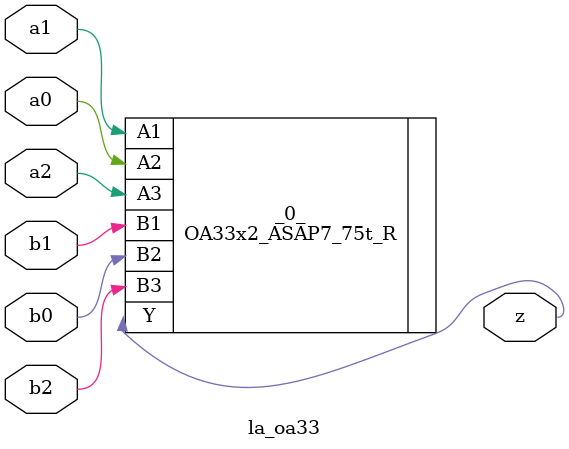
<source format=v>

/* Generated by Yosys 0.44 (git sha1 80ba43d26, g++ 11.4.0-1ubuntu1~22.04 -fPIC -O3) */

(* top =  1  *)
(* src = "inputs/la_oa33.v:10.1-24.10" *)
module la_oa33 (
    a0,
    a1,
    a2,
    b0,
    b1,
    b2,
    z
);
  (* src = "inputs/la_oa33.v:13.12-13.14" *)
  input a0;
  wire a0;
  (* src = "inputs/la_oa33.v:14.12-14.14" *)
  input a1;
  wire a1;
  (* src = "inputs/la_oa33.v:15.12-15.14" *)
  input a2;
  wire a2;
  (* src = "inputs/la_oa33.v:16.12-16.14" *)
  input b0;
  wire b0;
  (* src = "inputs/la_oa33.v:17.12-17.14" *)
  input b1;
  wire b1;
  (* src = "inputs/la_oa33.v:18.12-18.14" *)
  input b2;
  wire b2;
  (* src = "inputs/la_oa33.v:19.12-19.13" *)
  output z;
  wire z;
  OA33x2_ASAP7_75t_R _0_ (
      .A1(a1),
      .A2(a0),
      .A3(a2),
      .B1(b1),
      .B2(b0),
      .B3(b2),
      .Y (z)
  );
endmodule

</source>
